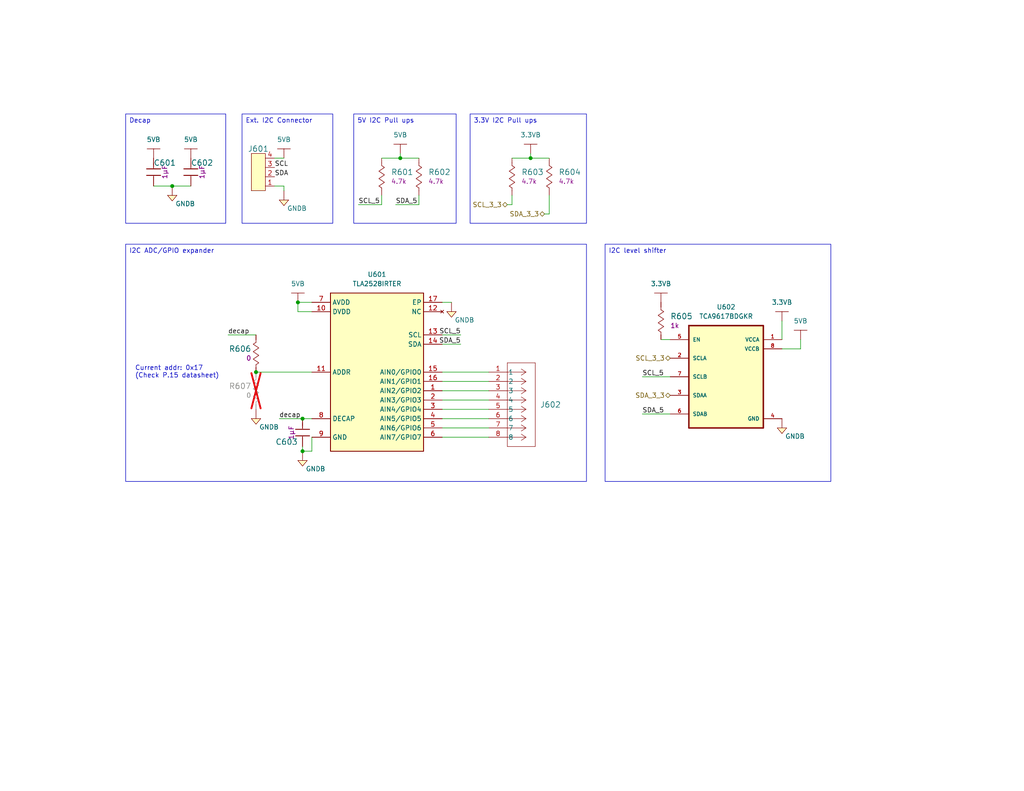
<source format=kicad_sch>
(kicad_sch (version 20231120) (generator "eeschema") (generator_version "8.0")
  (paper "USLetter")
  (title_block (title "5V Logic I2C") (comment 1 "Gérémy Sauvageau"))
  (lib_symbols
    (symbol "ADC:TLA2528IRTER"
      (property "Reference" "U" (at 31.75 22.86 0))
      (property "Value" "TLA2528IRTER" (at 31.75 20.32 0))
      (symbol "TLA2528IRTER_1_1"
        (rectangle (start 5.08 17.78) (end 30.48 -25.4) (stroke (width 0.254)) (fill (type background)))
        (pin passive line (at 0 -8.89 0) (length 5.08) (name "AIN2/GPIO2") (number "1"))
        (pin passive line (at 35.56 12.7 180) (length 5.08) (name "DVDD") (number "10"))
        (pin passive line (at 35.56 -3.81 180) (length 5.08) (name "ADDR") (number "11"))
        (pin no_connect line (at 0 12.7 0) (length 5.08) (name "NC") (number "12"))
        (pin passive line (at 0 6.35 0) (length 5.08) (name "SCL") (number "13"))
        (pin passive line (at 0 3.81 0) (length 5.08) (name "SDA") (number "14"))
        (pin passive line (at 0 -3.81 0) (length 5.08) (name "AIN0/GPIO0") (number "15"))
        (pin passive line (at 0 -6.35 0) (length 5.08) (name "AIN1/GPIO1") (number "16"))
        (pin passive line (at 0 15.24 0) (length 5.08) (name "EP") (number "17"))
        (pin passive line (at 0 -11.43 0) (length 5.08) (name "AIN3/GPIO3") (number "2"))
        (pin passive line (at 0 -13.97 0) (length 5.08) (name "AIN4/GPIO4") (number "3"))
        (pin passive line (at 0 -16.51 0) (length 5.08) (name "AIN5/GPIO5") (number "4"))
        (pin passive line (at 0 -19.05 0) (length 5.08) (name "AIN6/GPIO6") (number "5"))
        (pin passive line (at 0 -21.59 0) (length 5.08) (name "AIN7/GPIO7") (number "6"))
        (pin passive line (at 35.56 15.24 180) (length 5.08) (name "AVDD") (number "7"))
        (pin passive line (at 35.56 -16.51 180) (length 5.08) (name "DECAP") (number "8"))
        (pin passive line (at 35.56 -21.59 180) (length 5.08) (name "GND") (number "9"))
      )
    )
    (symbol "Capacitors:885012106022" (pin_numbers hide) (pin_names (offset 0) hide)
      (property "Reference" "C" (at -1.27 4.064 0))
      (property "Capacitance (Farad)" "1µF" (at -1.27 -3.048 0))
      (symbol "885012106022_0_1"
        (polyline (pts (xy -2.54 0) (xy -2.286 0)))
        (polyline (pts (xy -2.159 1.905) (xy -2.159 -1.905)) (stroke (width 0.254)))
        (polyline (pts (xy -0.381 1.905) (xy -0.381 -1.905)) (stroke (width 0.254)))
        (polyline (pts (xy 0 0) (xy -0.254 0)))
        (polyline (pts (xy 0.635 0) (xy 1.27 0)))
      )
      (symbol "885012106022_1_1"
        (pin passive line (at -5.08 0 0) (length 2.54) (name "1") (number "1"))
        (pin passive line (at 2.54 0 180) (length 2.54) (name "2") (number "2"))
      )
    )
    (symbol "Connectors:2350514-8" (pin_names (offset 0.254))
      (property "Reference" "J" (at 8.89 6.35 0))
      (symbol "2350514-8_1_1"
        (polyline (pts (xy 5.08 -20.32) (xy 12.7 -20.32)) (stroke (width 0.127)))
        (polyline (pts (xy 5.08 2.54) (xy 5.08 -20.32)) (stroke (width 0.127)))
        (polyline (pts (xy 10.16 -17.78) (xy 5.08 -17.78)) (stroke (width 0.127)))
        (polyline (pts (xy 10.16 -17.78) (xy 8.89 -18.6267)) (stroke (width 0.127)))
        (polyline (pts (xy 10.16 -17.78) (xy 8.89 -16.9333)) (stroke (width 0.127)))
        (polyline (pts (xy 10.16 -15.24) (xy 5.08 -15.24)) (stroke (width 0.127)))
        (polyline (pts (xy 10.16 -15.24) (xy 8.89 -16.0867)) (stroke (width 0.127)))
        (polyline (pts (xy 10.16 -15.24) (xy 8.89 -14.3933)) (stroke (width 0.127)))
        (polyline (pts (xy 10.16 -12.7) (xy 5.08 -12.7)) (stroke (width 0.127)))
        (polyline (pts (xy 10.16 -12.7) (xy 8.89 -13.5467)) (stroke (width 0.127)))
        (polyline (pts (xy 10.16 -12.7) (xy 8.89 -11.8533)) (stroke (width 0.127)))
        (polyline (pts (xy 10.16 -10.16) (xy 5.08 -10.16)) (stroke (width 0.127)))
        (polyline (pts (xy 10.16 -10.16) (xy 8.89 -11.0067)) (stroke (width 0.127)))
        (polyline (pts (xy 10.16 -10.16) (xy 8.89 -9.3133)) (stroke (width 0.127)))
        (polyline (pts (xy 10.16 -7.62) (xy 5.08 -7.62)) (stroke (width 0.127)))
        (polyline (pts (xy 10.16 -7.62) (xy 8.89 -8.4667)) (stroke (width 0.127)))
        (polyline (pts (xy 10.16 -7.62) (xy 8.89 -6.7733)) (stroke (width 0.127)))
        (polyline (pts (xy 10.16 -5.08) (xy 5.08 -5.08)) (stroke (width 0.127)))
        (polyline (pts (xy 10.16 -5.08) (xy 8.89 -5.9267)) (stroke (width 0.127)))
        (polyline (pts (xy 10.16 -5.08) (xy 8.89 -4.2333)) (stroke (width 0.127)))
        (polyline (pts (xy 10.16 -2.54) (xy 5.08 -2.54)) (stroke (width 0.127)))
        (polyline (pts (xy 10.16 -2.54) (xy 8.89 -3.3867)) (stroke (width 0.127)))
        (polyline (pts (xy 10.16 -2.54) (xy 8.89 -1.6933)) (stroke (width 0.127)))
        (polyline (pts (xy 10.16 0) (xy 5.08 0)) (stroke (width 0.127)))
        (polyline (pts (xy 10.16 0) (xy 8.89 -0.8467)) (stroke (width 0.127)))
        (polyline (pts (xy 10.16 0) (xy 8.89 0.8467)) (stroke (width 0.127)))
        (polyline (pts (xy 12.7 -20.32) (xy 12.7 2.54)) (stroke (width 0.127)))
        (polyline (pts (xy 12.7 2.54) (xy 5.08 2.54)) (stroke (width 0.127)))
        (pin unspecified line (at 0 0 0) (length 5.08) (name "1") (number "1"))
        (pin unspecified line (at 0 -2.54 0) (length 5.08) (name "2") (number "2"))
        (pin unspecified line (at 0 -5.08 0) (length 5.08) (name "3") (number "3"))
        (pin unspecified line (at 0 -7.62 0) (length 5.08) (name "4") (number "4"))
        (pin unspecified line (at 0 -10.16 0) (length 5.08) (name "5") (number "5"))
        (pin unspecified line (at 0 -12.7 0) (length 5.08) (name "6") (number "6"))
        (pin unspecified line (at 0 -15.24 0) (length 5.08) (name "7") (number "7"))
        (pin unspecified line (at 0 -17.78 0) (length 5.08) (name "8") (number "8"))
      )
      (symbol "2350514-8_1_2"
        (polyline (pts (xy 5.08 -20.32) (xy 12.7 -20.32)) (stroke (width 0.127)))
        (polyline (pts (xy 5.08 2.54) (xy 5.08 -20.32)) (stroke (width 0.127)))
        (polyline (pts (xy 7.62 -17.78) (xy 5.08 -17.78)) (stroke (width 0.127)))
        (polyline (pts (xy 7.62 -17.78) (xy 8.89 -18.6267)) (stroke (width 0.127)))
        (polyline (pts (xy 7.62 -17.78) (xy 8.89 -16.9333)) (stroke (width 0.127)))
        (polyline (pts (xy 7.62 -15.24) (xy 5.08 -15.24)) (stroke (width 0.127)))
        (polyline (pts (xy 7.62 -15.24) (xy 8.89 -16.0867)) (stroke (width 0.127)))
        (polyline (pts (xy 7.62 -15.24) (xy 8.89 -14.3933)) (stroke (width 0.127)))
        (polyline (pts (xy 7.62 -12.7) (xy 5.08 -12.7)) (stroke (width 0.127)))
        (polyline (pts (xy 7.62 -12.7) (xy 8.89 -13.5467)) (stroke (width 0.127)))
        (polyline (pts (xy 7.62 -12.7) (xy 8.89 -11.8533)) (stroke (width 0.127)))
        (polyline (pts (xy 7.62 -10.16) (xy 5.08 -10.16)) (stroke (width 0.127)))
        (polyline (pts (xy 7.62 -10.16) (xy 8.89 -11.0067)) (stroke (width 0.127)))
        (polyline (pts (xy 7.62 -10.16) (xy 8.89 -9.3133)) (stroke (width 0.127)))
        (polyline (pts (xy 7.62 -7.62) (xy 5.08 -7.62)) (stroke (width 0.127)))
        (polyline (pts (xy 7.62 -7.62) (xy 8.89 -8.4667)) (stroke (width 0.127)))
        (polyline (pts (xy 7.62 -7.62) (xy 8.89 -6.7733)) (stroke (width 0.127)))
        (polyline (pts (xy 7.62 -5.08) (xy 5.08 -5.08)) (stroke (width 0.127)))
        (polyline (pts (xy 7.62 -5.08) (xy 8.89 -5.9267)) (stroke (width 0.127)))
        (polyline (pts (xy 7.62 -5.08) (xy 8.89 -4.2333)) (stroke (width 0.127)))
        (polyline (pts (xy 7.62 -2.54) (xy 5.08 -2.54)) (stroke (width 0.127)))
        (polyline (pts (xy 7.62 -2.54) (xy 8.89 -3.3867)) (stroke (width 0.127)))
        (polyline (pts (xy 7.62 -2.54) (xy 8.89 -1.6933)) (stroke (width 0.127)))
        (polyline (pts (xy 7.62 0) (xy 5.08 0)) (stroke (width 0.127)))
        (polyline (pts (xy 7.62 0) (xy 8.89 -0.8467)) (stroke (width 0.127)))
        (polyline (pts (xy 7.62 0) (xy 8.89 0.8467)) (stroke (width 0.127)))
        (polyline (pts (xy 12.7 -20.32) (xy 12.7 2.54)) (stroke (width 0.127)))
        (polyline (pts (xy 12.7 2.54) (xy 5.08 2.54)) (stroke (width 0.127)))
        (pin unspecified line (at 0 0 0) (length 5.08) (name "1") (number "1"))
        (pin unspecified line (at 0 -2.54 0) (length 5.08) (name "2") (number "2"))
        (pin unspecified line (at 0 -5.08 0) (length 5.08) (name "3") (number "3"))
        (pin unspecified line (at 0 -7.62 0) (length 5.08) (name "4") (number "4"))
        (pin unspecified line (at 0 -10.16 0) (length 5.08) (name "5") (number "5"))
        (pin unspecified line (at 0 -12.7 0) (length 5.08) (name "6") (number "6"))
        (pin unspecified line (at 0 -15.24 0) (length 5.08) (name "7") (number "7"))
        (pin unspecified line (at 0 -17.78 0) (length 5.08) (name "8") (number "8"))
      )
    )
    (symbol "Connectors:XH-4A connector" (pin_names (offset 0) hide)
      (property "Reference" "J" (at -1.27 10.16 0))
      (symbol "XH-4A connector_0_0"
        (rectangle (start -3.81 8.89) (end 0 -1.27) (fill (type background)))
      )
      (symbol "XH-4A connector_1_1"
        (pin passive line (at 2.54 0 180) (length 2.54) (name "~") (number "1"))
        (pin passive line (at 2.54 2.54 180) (length 2.54) (name "~") (number "2"))
        (pin passive line (at 2.54 5.08 180) (length 2.54) (name "~") (number "3"))
        (pin passive line (at 2.54 7.62 180) (length 2.54) (name "~") (number "4"))
      )
    )
    (symbol "Interface:TCA9617BDGKR" (pin_names (offset 1.016))
      (property "Reference" "U" (at -12.192 14.732 0))
      (property "Value" "TCA9617BDGKR" (at -9.906 -17.018 0))
      (symbol "TCA9617BDGKR_0_0"
        (rectangle (start -12.7 13.97) (end 7.62 -13.97) (stroke (width 0.41)) (fill (type background)))
        (pin power_in line (at 12.7 10.16 180) (length 5.08) (name "VCCA") (number "1"))
        (pin bidirectional line (at -17.78 5.08 0) (length 5.08) (name "SCLA") (number "2"))
        (pin bidirectional line (at -17.78 -5.08 0) (length 5.08) (name "SDAA") (number "3"))
        (pin power_in line (at 12.7 -11.43 180) (length 5.08) (name "GND") (number "4"))
        (pin bidirectional line (at -17.78 10.16 0) (length 5.08) (name "EN") (number "5"))
        (pin bidirectional line (at -17.78 -10.16 0) (length 5.08) (name "SDAB") (number "6"))
        (pin bidirectional line (at -17.78 0 0) (length 5.08) (name "SCLB") (number "7"))
        (pin power_in line (at 12.7 7.62 180) (length 5.08) (name "VCCB") (number "8"))
      )
    )
    (symbol "Power_Port:3.3VB" (power) (pin_numbers hide) (pin_names (offset 0) hide)
      (property "Value" "3.3VB" (at -0.254 3.556 0))
      (symbol "3.3VB_0_1"
        (polyline (pts (xy -1.778 2.54) (xy 0 2.54)))
        (polyline (pts (xy 0 0) (xy 0 2.54)))
        (polyline (pts (xy 0 2.54) (xy 1.778 2.54)))
      )
      (symbol "3.3VB_1_1"
        (pin power_in line (at 0 0 90) (length 0) hide (name "3.3VB") (number "1"))
      )
    )
    (symbol "Power_Port:5VB" (power) (pin_numbers hide) (pin_names (offset 0) hide)
      (property "Value" "5VB" (at -0.254 3.556 0))
      (symbol "5VB_0_1"
        (polyline (pts (xy -1.778 2.54) (xy 0 2.54)))
        (polyline (pts (xy 0 0) (xy 0 2.54)))
        (polyline (pts (xy 0 2.54) (xy 1.778 2.54)))
      )
      (symbol "5VB_1_1"
        (pin power_in line (at 0 0 90) (length 0) hide (name "5VB") (number "1"))
      )
    )
    (symbol "Power_Port:GNDB" (power) (pin_numbers hide) (pin_names (offset 0) hide)
      (property "Value" "GNDB" (at 0 -2.54 0))
      (symbol "GNDB_0_1"
        (polyline (pts (xy 0 0) (xy 1.27 0)))
        (polyline (pts (xy -1.27 0) (xy 0 -1.524) (xy 1.27 0)) (fill (type background)))
        (polyline (pts (xy 0 2.54) (xy 0 0) (xy -1.27 0)))
      )
      (symbol "GNDB_1_1"
        (pin power_in line (at 0 2.54 90) (length 0) hide (name "GNDB") (number "1"))
      )
    )
    (symbol "Resistors:RC0805JR-070RL" (pin_numbers hide) (pin_names (offset 0) hide)
      (property "Reference" "R" (at 0 2.032 0))
      (property "Resistance (Ohms)" "0" (at 0 -1.778 0))
      (symbol "RC0805JR-070RL_0_1"
        (rectangle (start -3.048 0) (end -3.81 0))
        (polyline (pts (xy -3.048 0) (xy -2.54 0.762) (xy -2.032 0) (xy -1.524 -0.762) (xy -1.016 0) (xy -0.508 0.762) (xy 0 0) (xy 0.508 -0.762) (xy 1.016 0) (xy 1.524 0.762) (xy 2.032 0) (xy 2.54 -0.762) (xy 3.048 0)))
        (rectangle (start 3.81 0) (end 3.048 0))
      )
      (symbol "RC0805JR-070RL_1_1"
        (pin passive line (at -5.08 0 0) (length 1.27) (name "1") (number "1"))
        (pin passive line (at 5.08 0 180) (length 1.27) (name "2") (number "2"))
      )
    )
    (symbol "Resistors:RC0805JR-071KL" (pin_numbers hide) (pin_names (offset 0) hide)
      (property "Reference" "R" (at 0 2.032 0))
      (property "Resistance (Ohms)" "1k" (at 0 -1.778 0))
      (symbol "RC0805JR-071KL_0_1"
        (rectangle (start -3.048 0) (end -3.81 0))
        (polyline (pts (xy -3.048 0) (xy -2.54 0.762) (xy -2.032 0) (xy -1.524 -0.762) (xy -1.016 0) (xy -0.508 0.762) (xy 0 0) (xy 0.508 -0.762) (xy 1.016 0) (xy 1.524 0.762) (xy 2.032 0) (xy 2.54 -0.762) (xy 3.048 0)))
        (rectangle (start 3.81 0) (end 3.048 0))
      )
      (symbol "RC0805JR-071KL_1_1"
        (pin passive line (at -5.08 0 0) (length 1.27) (name "1") (number "1"))
        (pin passive line (at 5.08 0 180) (length 1.27) (name "2") (number "2"))
      )
    )
    (symbol "Resistors:RC0805JR-074K7L" (pin_numbers hide) (pin_names (offset 0) hide)
      (property "Reference" "R" (at 0 2.032 0))
      (property "Resistance (Ohms)" "4.7k" (at 0 -1.778 0))
      (symbol "RC0805JR-074K7L_0_1"
        (rectangle (start -3.048 0) (end -3.81 0))
        (polyline (pts (xy -3.048 0) (xy -2.54 0.762) (xy -2.032 0) (xy -1.524 -0.762) (xy -1.016 0) (xy -0.508 0.762) (xy 0 0) (xy 0.508 -0.762) (xy 1.016 0) (xy 1.524 0.762) (xy 2.032 0) (xy 2.54 -0.762) (xy 3.048 0)))
        (rectangle (start 3.81 0) (end 3.048 0))
      )
      (symbol "RC0805JR-074K7L_1_1"
        (pin passive line (at -5.08 0 0) (length 1.27) (name "1") (number "1"))
        (pin passive line (at 5.08 0 180) (length 1.27) (name "2") (number "2"))
      )
    )
  )
  (junction (at 144.78 43.18))
  (junction (at 82.55 114.3))
  (junction (at 46.99 50.8))
  (junction (at 109.22 43.18))
  (junction (at 82.55 123.19))
  (junction (at 81.28 82.55))
  (junction (at 69.85 101.6))
  (wire (pts (xy 120.65 114.3) (xy 133.35 114.3)))
  (wire (pts (xy 175.26 113.03) (xy 182.88 113.03)))
  (wire (pts (xy 74.93 50.8) (xy 77.47 50.8)))
  (wire (pts (xy 139.7 43.18) (xy 144.78 43.18)))
  (wire (pts (xy 120.65 106.68) (xy 133.35 106.68)))
  (wire (pts (xy 69.85 101.6) (xy 85.09 101.6)))
  (wire (pts (xy 144.78 41.91) (xy 144.78 43.18)))
  (wire (pts (xy 114.3 53.34) (xy 114.3 55.88)))
  (wire (pts (xy 41.91 50.8) (xy 46.99 50.8)))
  (wire (pts (xy 85.09 123.19) (xy 85.09 119.38)))
  (wire (pts (xy 82.55 114.3) (xy 85.09 114.3)))
  (wire (pts (xy 139.7 55.88) (xy 139.7 53.34)))
  (wire (pts (xy 104.14 43.18) (xy 109.22 43.18)))
  (wire (pts (xy 148.59 58.42) (xy 149.86 58.42)))
  (wire (pts (xy 77.47 50.8) (xy 77.47 52.07)))
  (wire (pts (xy 180.34 92.71) (xy 182.88 92.71)))
  (wire (pts (xy 46.99 50.8) (xy 52.07 50.8)))
  (wire (pts (xy 218.44 95.25) (xy 213.36 95.25)))
  (wire (pts (xy 120.65 91.44) (xy 125.73 91.44)))
  (wire (pts (xy 120.65 119.38) (xy 133.35 119.38)))
  (wire (pts (xy 120.65 101.6) (xy 133.35 101.6)))
  (wire (pts (xy 144.78 43.18) (xy 149.86 43.18)))
  (wire (pts (xy 120.65 82.55) (xy 123.19 82.55)))
  (wire (pts (xy 82.55 123.19) (xy 85.09 123.19)))
  (wire (pts (xy 82.55 123.19) (xy 82.55 121.92)))
  (wire (pts (xy 213.36 87.63) (xy 213.36 92.71)))
  (wire (pts (xy 74.93 43.18) (xy 77.47 43.18)))
  (wire (pts (xy 149.86 58.42) (xy 149.86 53.34)))
  (wire (pts (xy 69.85 91.44) (xy 62.23 91.44)))
  (wire (pts (xy 114.3 55.88) (xy 107.95 55.88)))
  (wire (pts (xy 218.44 92.71) (xy 218.44 95.25)))
  (wire (pts (xy 109.22 41.91) (xy 109.22 43.18)))
  (wire (pts (xy 120.65 116.84) (xy 133.35 116.84)))
  (wire (pts (xy 85.09 85.09) (xy 81.28 85.09)))
  (wire (pts (xy 104.14 53.34) (xy 104.14 55.88)))
  (wire (pts (xy 175.26 102.87) (xy 182.88 102.87)))
  (wire (pts (xy 120.65 104.14) (xy 133.35 104.14)))
  (wire (pts (xy 81.28 85.09) (xy 81.28 82.55)))
  (wire (pts (xy 81.28 82.55) (xy 85.09 82.55)))
  (wire (pts (xy 138.43 55.88) (xy 139.7 55.88)))
  (wire (pts (xy 120.65 109.22) (xy 133.35 109.22)))
  (wire (pts (xy 76.2 114.3) (xy 82.55 114.3)))
  (wire (pts (xy 109.22 43.18) (xy 114.3 43.18)))
  (wire (pts (xy 120.65 93.98) (xy 125.73 93.98)))
  (wire (pts (xy 104.14 55.88) (xy 97.79 55.88)))
  (wire (pts (xy 120.65 111.76) (xy 133.35 111.76)))
  (text_box "I2C level shifter" (at 165.1 66.675 0) (size 61.595 64.77) (effects (font (size 1.27 1.27)) (justify left top)))
  (text_box "3.3V I2C Pull ups" (at 128.27 31.115 0) (size 31.75 29.845) (effects (font (size 1.27 1.27)) (justify left top)))
  (text_box "Ext. I2C Connector" (at 66.04 31.115 0) (size 24.765 29.845) (effects (font (size 1.27 1.27)) (justify left top)))
  (text_box "5V I2C Pull ups" (at 96.52 31.115 0) (size 27.94 29.845) (effects (font (size 1.27 1.27)) (justify left top)))
  (text_box "Decap" (at 34.29 31.115 0) (size 27.305 29.845) (effects (font (size 1.27 1.27)) (justify left top)))
  (text_box "I2C ADC/GPIO expander" (at 34.29 66.675 0) (size 125.73 64.77) (effects (font (size 1.27 1.27)) (justify left top)))
  (text "Current addr: 0x17 \n(Check P.15 datasheet)" (at 36.83 103.378 0) (effects (font (size 1.27 1.27)) (justify left bottom)))
  (label "SCL_5" (at 97.79 55.88 0))
  (label "SDA" (at 74.93 48.26 0))
  (label "decap" (at 76.2 114.3 0))
  (label "SCL_5" (at 175.26 102.87 0))
  (label "decap" (at 62.23 91.44 0))
  (label "SDA_5" (at 125.73 93.98 180))
  (label "SDA_5" (at 175.26 113.03 0))
  (label "SCL_5" (at 125.73 91.44 180))
  (label "SCL" (at 74.93 45.72 0))
  (label "SDA_5" (at 107.95 55.88 0))
  (hierarchical_label "SDA_3_3" (shape bidirectional) (at 182.88 107.95 180))
  (hierarchical_label "SDA_3_3" (shape bidirectional) (at 148.59 58.42 180))
  (hierarchical_label "SCL_3_3" (shape bidirectional) (at 138.43 55.88 180))
  (hierarchical_label "SCL_3_3" (shape bidirectional) (at 182.88 97.79 180))
  (symbol (lib_id "Power_Port:GNDB") (at 82.55 125.73 0) (unit 1)
    (property "Reference" "#PWR0615" (effects (hide yes)))
    (property "Value" "GNDB" (at 86.106 128.016 0))
  )
  (symbol (lib_id "Power_Port:5VB") (at 77.47 43.18 0) (unit 1)
    (property "Reference" "#PWR0605" (effects (hide yes)))
    (property "Value" "5VB" (at 77.47 38.1 0))
  )
  (symbol (lib_id "Power_Port:5VB") (at 109.22 41.91 0) (unit 1)
    (property "Reference" "#PWR0601" (effects (hide yes)))
    (property "Value" "5VB" (at 109.22 36.83 0))
  )
  (symbol (lib_id "Power_Port:5VB") (at 41.91 43.18 0) (unit 1)
    (property "Reference" "#PWR0603" (effects (hide yes)))
    (property "Value" "5VB" (at 41.91 38.1 0))
  )
  (symbol (lib_id "Power_Port:GNDB") (at 77.47 54.61 0) (unit 1)
    (property "Reference" "#PWR0607" (effects (hide yes)))
    (property "Value" "GNDB" (at 81.026 56.896 0))
  )
  (symbol (lib_id "Power_Port:3.3VB") (at 213.36 87.63 0) (unit 1)
    (property "Reference" "#PWR0611" (effects (hide yes)))
    (property "Value" "3.3VB" (at 213.36 82.55 0))
  )
  (symbol (lib_id "Power_Port:GNDB") (at 46.99 53.34 0) (unit 1)
    (property "Reference" "#PWR0606" (effects (hide yes)))
    (property "Value" "GNDB" (at 50.546 55.626 0))
  )
  (symbol (lib_id "ADC:TLA2528IRTER") (at 120.65 97.79 0) (mirror y) (unit 1)
    (property "Reference" "U601" (at 102.87 74.93 0))
    (property "Value" "TLA2528IRTER" (at 102.87 77.47 0))
    (property "Footprint" "QFN50P300X300X80-17N-D" (effects (hide yes)))
    (property "Datasheet" "https://www.ti.com/lit/ds/symlink/tla2528.pdf?ts=1596615195592&ref_url=https%253A%252F%252Fwww.ti.com%252Fproduct%252FTLA2528%253Futm_source%253Dgoogle%2526utm_medium%253Dcpc%2526utm_campaign%253Dasc-null-null-gpn_en-cpc-pf-google-eu%2526utm_content%253Dt" (effects (hide yes)))
    (property "Description" "Analog to Digital Converters - ADC Small 8-channel 12-bit analog-to-digital converter (ADC) with I2C interface and GPIOs 16-WQFN -40 to 85" (effects (hide yes)))
    (property "Height" "0.8" (effects (hide yes)))
    (property "Mouser Part Number" "595-TLA2528IRTER" (effects (hide yes)))
    (property "Mouser Price/Stock" "https://www.mouser.co.uk/ProductDetail/Texas-Instruments/TLA2528IRTER?qs=%252B6g0mu59x7KfRzJN7APgZw%3D%3D" (effects (hide yes)))
    (property "Manufacturer_Name" "Texas Instruments" (effects (hide yes)))
    (property "Manufacturer_Part_Number" "TLA2528IRTER" (effects (hide yes)))
  )
  (symbol (lib_id "Power_Port:GNDB") (at 213.36 116.84 0) (unit 1)
    (property "Reference" "#PWR0614" (effects (hide yes)))
    (property "Value" "GNDB" (at 216.916 119.126 0))
  )
  (symbol (lib_id "Resistors:RC0805JR-074K7L") (at 149.86 48.26 90) (unit 1)
    (property "Reference" "R604" (at 152.4 46.9899 90) (effects (font (size 1.524 1.524)) (justify right)))
    (property "Value" "RC0805JR-074K7L" (effects (hide yes)))
    (property "Footprint" "Resistors:R0805" (effects (hide yes)))
    (property "Datasheet" "http://www.yageo.com/documents/recent/PYu-RC_Group_51_RoHS_L_7.pdf" (effects (hide yes)))
    (property "Description" "RES SMD 4.7K OHM 5% 1/8W 0805" (effects (hide yes)))
    (property "Supplier" "Digikey" (effects (hide yes)))
    (property "Supplier Part Number" "311-4.7KARCT-ND" (effects (hide yes)))
    (property "Manufacturer" "Yageo" (effects (hide yes)))
    (property "Manufacturer Part Number" "RC0805JR-074K7L" (effects (hide yes)))
    (property "Resistance (Ohms)" "4.7k" (at 152.4 49.5299 90) (effects (justify right)))
    (property "Tolerance (%)" "±5%" (effects (hide yes)))
    (property "Puissance (Watts)" "1/8W" (effects (hide yes)))
  )
  (symbol (lib_id "Power_Port:5VB") (at 81.28 82.55 0) (unit 1)
    (property "Reference" "#PWR0608" (effects (hide yes)))
    (property "Value" "5VB" (at 81.28 77.47 0))
  )
  (symbol (lib_id "Power_Port:3.3VB") (at 180.34 82.55 0) (unit 1)
    (property "Reference" "#PWR0609" (effects (hide yes)))
    (property "Value" "3.3VB" (at 180.34 77.47 0))
  )
  (symbol (lib_id "Resistors:RC0805JR-074K7L") (at 104.14 48.26 90) (unit 1)
    (property "Reference" "R601" (at 106.68 46.9899 90) (effects (font (size 1.524 1.524)) (justify right)))
    (property "Value" "RC0805JR-074K7L" (effects (hide yes)))
    (property "Footprint" "Resistors:R0805" (effects (hide yes)))
    (property "Datasheet" "http://www.yageo.com/documents/recent/PYu-RC_Group_51_RoHS_L_7.pdf" (effects (hide yes)))
    (property "Description" "RES SMD 4.7K OHM 5% 1/8W 0805" (effects (hide yes)))
    (property "Supplier" "Digikey" (effects (hide yes)))
    (property "Supplier Part Number" "311-4.7KARCT-ND" (effects (hide yes)))
    (property "Manufacturer" "Yageo" (effects (hide yes)))
    (property "Manufacturer Part Number" "RC0805JR-074K7L" (effects (hide yes)))
    (property "Resistance (Ohms)" "4.7k" (at 106.68 49.5299 90) (effects (justify right)))
    (property "Tolerance (%)" "±5%" (effects (hide yes)))
    (property "Puissance (Watts)" "1/8W" (effects (hide yes)))
  )
  (symbol (lib_id "Power_Port:GNDB") (at 69.85 114.3 0) (unit 1)
    (property "Reference" "#PWR0613" (effects (hide yes)))
    (property "Value" "GNDB" (at 73.406 116.586 0))
  )
  (symbol (lib_id "Power_Port:5VB") (at 52.07 43.18 0) (unit 1)
    (property "Reference" "#PWR0604" (effects (hide yes)))
    (property "Value" "5VB" (at 52.07 38.1 0))
  )
  (symbol (lib_id "Connectors:2350514-8") (at 133.35 101.6 0) (unit 1)
    (property "Reference" "J602" (at 147.32 110.4899 0) (effects (font (size 1.524 1.524)) (justify left)))
    (property "Value" "2350514-8" (effects (hide yes)))
    (property "Footprint" "Connectors:CONN8_2350514-8_TEC" (effects (hide yes)))
    (property "Description" "Terminal block 8pos 3.5mm" (effects (hide yes)))
    (property "Manufacturer" "TE Connectivity" (effects (hide yes)))
    (property "Manufacturer Part Number" "2350514-8" (effects (hide yes)))
    (property "Supplier" "Digikey" (effects (hide yes)))
    (property "Supplier Part Number" "A145383-ND" (effects (hide yes)))
  )
  (symbol (lib_id "Connectors:XH-4A connector") (at 72.39 50.8 0) (unit 1)
    (property "Reference" "J601" (at 70.485 40.64 0) (effects (font (size 1.524 1.524))))
    (property "Value" "XH-4A connector" (effects (hide yes)))
    (property "Footprint" "Connectors:XH-4A" (effects (hide yes)))
    (property "Datasheet" "D" (effects (hide yes)))
    (property "Description" "Pin Male Single Row Pin Header Strip" (effects (hide yes)))
    (property "Supplier" "Ebay" (effects (hide yes)))
    (property "Manufacturer" "Manufacturer" (effects (hide yes)))
    (property "Manufacturer Part Number" "Manufacturer Part Number" (effects (hide yes)))
  )
  (symbol (lib_id "Resistors:RC0805JR-074K7L") (at 114.3 48.26 90) (unit 1)
    (property "Reference" "R602" (at 116.84 46.9899 90) (effects (font (size 1.524 1.524)) (justify right)))
    (property "Value" "RC0805JR-074K7L" (effects (hide yes)))
    (property "Footprint" "Resistors:R0805" (effects (hide yes)))
    (property "Datasheet" "http://www.yageo.com/documents/recent/PYu-RC_Group_51_RoHS_L_7.pdf" (effects (hide yes)))
    (property "Description" "RES SMD 4.7K OHM 5% 1/8W 0805" (effects (hide yes)))
    (property "Supplier" "Digikey" (effects (hide yes)))
    (property "Supplier Part Number" "311-4.7KARCT-ND" (effects (hide yes)))
    (property "Manufacturer" "Yageo" (effects (hide yes)))
    (property "Manufacturer Part Number" "RC0805JR-074K7L" (effects (hide yes)))
    (property "Resistance (Ohms)" "4.7k" (at 116.84 49.5299 90) (effects (justify right)))
    (property "Tolerance (%)" "±5%" (effects (hide yes)))
    (property "Puissance (Watts)" "1/8W" (effects (hide yes)))
  )
  (symbol (lib_id "Resistors:RC0805JR-071KL") (at 180.34 87.63 270) (unit 1)
    (property "Reference" "R605" (at 182.88 86.3599 90) (effects (font (size 1.524 1.524)) (justify left)))
    (property "Value" "RC0805JR-071KL" (effects (hide yes)))
    (property "Footprint" "Resistors:R0805" (effects (hide yes)))
    (property "Datasheet" "http://www.yageo.com/documents/recent/PYu-RC_Group_51_RoHS_L_7.pdf" (effects (hide yes)))
    (property "Description" "RES SMD 1K OHM 5% 1/8W 0805" (effects (hide yes)))
    (property "Supplier" "Digikey" (effects (hide yes)))
    (property "Supplier Part Number" "311-1.0KARCT-ND" (effects (hide yes)))
    (property "Manufacturer" "Yageo" (effects (hide yes)))
    (property "Manufacturer Part Number" "RC0805JR-071KL" (effects (hide yes)))
    (property "Resistance (Ohms)" "1k" (at 182.88 88.8999 90) (effects (justify left)))
    (property "Tolerance (%)" "±5%" (effects (hide yes)))
    (property "Puissance (Watts)" "1/8W" (effects (hide yes)))
  )
  (symbol (lib_id "Interface:TCA9617BDGKR") (at 200.66 102.87 0) (unit 1)
    (property "Reference" "U602" (at 198.12 83.82 0))
    (property "Value" "TCA9617BDGKR" (at 198.12 86.36 0))
    (property "Footprint" "IC:SOP65P490X110-8N" (effects (hide yes)))
    (property "Datasheet" "https://www.ti.com/general/docs/suppproductinfo.tsp?distId=10&gotoUrl=https%3A%2F%2Fwww.ti.com%2Flit%2Fgpn%2Ftca9617b" (effects (hide yes)))
    (property "Description" "I2C level shifter" (effects (hide yes)))
    (property "Manufacturer" "Texas Instruments" (effects (hide yes)))
    (property "Manufacturer Part Number" "TCA9617BDGKR" (effects (hide yes)))
    (property "Supplier" "Digikey" (effects (hide yes)))
    (property "Supplier Part Number" "296-40579-1-ND" (effects (hide yes)))
  )
  (symbol (lib_id "Power_Port:3.3VB") (at 144.78 41.91 0) (unit 1)
    (property "Reference" "#PWR0602" (effects (hide yes)))
    (property "Value" "3.3VB" (at 144.78 36.83 0))
  )
  (symbol (lib_id "Power_Port:5VB") (at 218.44 92.71 0) (unit 1)
    (property "Reference" "#PWR0612" (effects (hide yes)))
    (property "Value" "5VB" (at 218.44 87.63 0))
  )
  (symbol (lib_id "Capacitors:885012106022") (at 52.07 45.72 90) (unit 1)
    (property "Reference" "C602" (at 52.07 44.45 90) (effects (font (size 1.524 1.524)) (justify right)))
    (property "Value" "885012107015" (effects (hide yes)))
    (property "Footprint" "Capacitors:C0603" (effects (hide yes)))
    (property "Datasheet" "https://www.we-online.de/katalog/datasheet/885012106022.pdf" (effects (hide yes)))
    (property "Description" "CAP CER 1UF 25V X5R 0603" (effects (hide yes)))
    (property "Supplier" "Digikey" (effects (hide yes)))
    (property "Supplier Part Number" "732-7919-1-ND" (effects (hide yes)))
    (property "Manufacturer" "Wurth Electronics Inc." (effects (hide yes)))
    (property "Manufacturer Part Number" "885012106022" (effects (hide yes)))
    (property "Capacitance (Farad)" "1µF" (at 55.118 46.99 0))
    (property "Tolerance (%)" "±20%" (effects (hide yes)))
    (property "Voltage Rated (Volt)" "25V" (effects (hide yes)))
  )
  (symbol (lib_id "Capacitors:885012106022") (at 41.91 45.72 90) (unit 1)
    (property "Reference" "C601" (at 41.91 44.45 90) (effects (font (size 1.524 1.524)) (justify right)))
    (property "Value" "885012107015" (effects (hide yes)))
    (property "Footprint" "Capacitors:C0603" (effects (hide yes)))
    (property "Datasheet" "https://www.we-online.de/katalog/datasheet/885012106022.pdf" (effects (hide yes)))
    (property "Description" "CAP CER 1UF 25V X5R 0603" (effects (hide yes)))
    (property "Supplier" "Digikey" (effects (hide yes)))
    (property "Supplier Part Number" "732-7919-1-ND" (effects (hide yes)))
    (property "Manufacturer" "Wurth Electronics Inc." (effects (hide yes)))
    (property "Manufacturer Part Number" "885012106022" (effects (hide yes)))
    (property "Capacitance (Farad)" "1µF" (at 44.958 46.99 0))
    (property "Tolerance (%)" "±20%" (effects (hide yes)))
    (property "Voltage Rated (Volt)" "25V" (effects (hide yes)))
  )
  (symbol (lib_id "Resistors:RC0805JR-074K7L") (at 139.7 48.26 90) (unit 1)
    (property "Reference" "R603" (at 142.24 46.9899 90) (effects (font (size 1.524 1.524)) (justify right)))
    (property "Value" "RC0805JR-074K7L" (effects (hide yes)))
    (property "Footprint" "Resistors:R0805" (effects (hide yes)))
    (property "Datasheet" "http://www.yageo.com/documents/recent/PYu-RC_Group_51_RoHS_L_7.pdf" (effects (hide yes)))
    (property "Description" "RES SMD 4.7K OHM 5% 1/8W 0805" (effects (hide yes)))
    (property "Supplier" "Digikey" (effects (hide yes)))
    (property "Supplier Part Number" "311-4.7KARCT-ND" (effects (hide yes)))
    (property "Manufacturer" "Yageo" (effects (hide yes)))
    (property "Manufacturer Part Number" "RC0805JR-074K7L" (effects (hide yes)))
    (property "Resistance (Ohms)" "4.7k" (at 142.24 49.5299 90) (effects (justify right)))
    (property "Tolerance (%)" "±5%" (effects (hide yes)))
    (property "Puissance (Watts)" "1/8W" (effects (hide yes)))
  )
  (symbol (lib_id "Resistors:RC0805JR-070RL") (at 69.85 96.52 90) (mirror x) (unit 1)
    (property "Reference" "R606" (at 68.58 95.25 90) (effects (font (size 1.524 1.524)) (justify left)))
    (property "Value" "RC0805JR-070RL" (effects (hide yes)))
    (property "Footprint" "Resistors:R0603" (effects (hide yes)))
    (property "Datasheet" "http://www.yageo.com/documents/recent/PYu-RC_Group_51_RoHS_L_7.pdf" (effects (hide yes)))
    (property "Description" "RES SMD 0.0 OHM JUMPER 1/8W 0805" (effects (hide yes)))
    (property "Supplier" "Digikey" (effects (hide yes)))
    (property "Supplier Part Number" "311-0.0ARCT-ND" (effects (hide yes)))
    (property "Manufacturer" "Yageo" (effects (hide yes)))
    (property "Manufacturer Part Number" "RC0805JR-070RL" (effects (hide yes)))
    (property "Resistance (Ohms)" "0" (at 68.58 97.79 90) (effects (justify left)))
    (property "Tolerance (%)" "0" (effects (hide yes)))
    (property "Puissance (Watts)" "1/8W" (effects (hide yes)))
  )
  (symbol (lib_id "Resistors:RC0805JR-070RL") (at 69.85 106.68 90) (mirror x) (unit 1) (dnp yes)
    (property "Reference" "R607" (at 68.58 105.41 90) (effects (font (size 1.524 1.524)) (justify left)))
    (property "Value" "RC0805JR-070RL" (effects (hide yes)))
    (property "Footprint" "Resistors:R0603" (effects (hide yes)))
    (property "Datasheet" "http://www.yageo.com/documents/recent/PYu-RC_Group_51_RoHS_L_7.pdf" (effects (hide yes)))
    (property "Description" "RES SMD 0.0 OHM JUMPER 1/8W 0805" (effects (hide yes)))
    (property "Supplier" "Digikey" (effects (hide yes)))
    (property "Supplier Part Number" "311-0.0ARCT-ND" (effects (hide yes)))
    (property "Manufacturer" "Yageo" (effects (hide yes)))
    (property "Manufacturer Part Number" "RC0805JR-070RL" (effects (hide yes)))
    (property "Resistance (Ohms)" "0" (at 68.58 107.95 90) (effects (justify left)))
    (property "Tolerance (%)" "0" (effects (hide yes)))
    (property "Puissance (Watts)" "1/8W" (effects (hide yes)))
  )
  (symbol (lib_id "Power_Port:GNDB") (at 123.19 85.09 0) (unit 1)
    (property "Reference" "#PWR0610" (effects (hide yes)))
    (property "Value" "GNDB" (at 126.746 87.376 0))
  )
  (symbol (lib_id "Capacitors:885012106022") (at 82.55 116.84 270) (mirror x) (unit 1)
    (property "Reference" "C603" (at 81.28 120.65 90) (effects (font (size 1.524 1.524)) (justify right)))
    (property "Value" "885012107015" (effects (hide yes)))
    (property "Footprint" "Capacitors:C0603" (effects (hide yes)))
    (property "Datasheet" "https://www.we-online.de/katalog/datasheet/885012106022.pdf" (effects (hide yes)))
    (property "Description" "CAP CER 1UF 25V X5R 0603" (effects (hide yes)))
    (property "Supplier" "Digikey" (effects (hide yes)))
    (property "Supplier Part Number" "732-7919-1-ND" (effects (hide yes)))
    (property "Manufacturer" "Wurth Electronics Inc." (effects (hide yes)))
    (property "Manufacturer Part Number" "885012106022" (effects (hide yes)))
    (property "Capacitance (Farad)" "1µF" (at 79.502 118.11 0))
    (property "Tolerance (%)" "±20%" (effects (hide yes)))
    (property "Voltage Rated (Volt)" "25V" (effects (hide yes)))
  )
)
</source>
